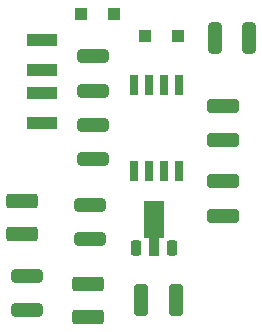
<source format=gbr>
%TF.GenerationSoftware,KiCad,Pcbnew,8.0.8*%
%TF.CreationDate,2025-06-30T12:26:25+05:30*%
%TF.ProjectId,ATtiny85,41547469-6e79-4383-952e-6b696361645f,rev?*%
%TF.SameCoordinates,Original*%
%TF.FileFunction,Paste,Top*%
%TF.FilePolarity,Positive*%
%FSLAX46Y46*%
G04 Gerber Fmt 4.6, Leading zero omitted, Abs format (unit mm)*
G04 Created by KiCad (PCBNEW 8.0.8) date 2025-06-30 12:26:25*
%MOMM*%
%LPD*%
G01*
G04 APERTURE LIST*
G04 Aperture macros list*
%AMRoundRect*
0 Rectangle with rounded corners*
0 $1 Rounding radius*
0 $2 $3 $4 $5 $6 $7 $8 $9 X,Y pos of 4 corners*
0 Add a 4 corners polygon primitive as box body*
4,1,4,$2,$3,$4,$5,$6,$7,$8,$9,$2,$3,0*
0 Add four circle primitives for the rounded corners*
1,1,$1+$1,$2,$3*
1,1,$1+$1,$4,$5*
1,1,$1+$1,$6,$7*
1,1,$1+$1,$8,$9*
0 Add four rect primitives between the rounded corners*
20,1,$1+$1,$2,$3,$4,$5,0*
20,1,$1+$1,$4,$5,$6,$7,0*
20,1,$1+$1,$6,$7,$8,$9,0*
20,1,$1+$1,$8,$9,$2,$3,0*%
%AMFreePoly0*
4,1,9,3.862500,-0.866500,0.737500,-0.866500,0.737500,-0.450000,-0.737500,-0.450000,-0.737500,0.450000,0.737500,0.450000,0.737500,0.866500,3.862500,0.866500,3.862500,-0.866500,3.862500,-0.866500,$1*%
G04 Aperture macros list end*
%ADD10RoundRect,0.250000X-1.075000X0.312500X-1.075000X-0.312500X1.075000X-0.312500X1.075000X0.312500X0*%
%ADD11RoundRect,0.250000X-1.075000X0.375000X-1.075000X-0.375000X1.075000X-0.375000X1.075000X0.375000X0*%
%ADD12RoundRect,0.250000X0.300000X0.300000X-0.300000X0.300000X-0.300000X-0.300000X0.300000X-0.300000X0*%
%ADD13RoundRect,0.250000X0.325000X1.100000X-0.325000X1.100000X-0.325000X-1.100000X0.325000X-1.100000X0*%
%ADD14R,2.500000X1.100000*%
%ADD15RoundRect,0.225000X0.225000X-0.425000X0.225000X0.425000X-0.225000X0.425000X-0.225000X-0.425000X0*%
%ADD16FreePoly0,90.000000*%
%ADD17RoundRect,0.250000X-1.100000X0.325000X-1.100000X-0.325000X1.100000X-0.325000X1.100000X0.325000X0*%
%ADD18RoundRect,0.250000X-0.300000X-0.300000X0.300000X-0.300000X0.300000X0.300000X-0.300000X0.300000X0*%
%ADD19RoundRect,0.250000X0.312500X1.075000X-0.312500X1.075000X-0.312500X-1.075000X0.312500X-1.075000X0*%
%ADD20R,0.650000X1.700000*%
G04 APERTURE END LIST*
D10*
%TO.C,R5*%
X126400000Y-82737500D03*
X126400000Y-85662500D03*
%TD*%
%TO.C,R2*%
X126600000Y-75937500D03*
X126600000Y-78862500D03*
%TD*%
D11*
%TO.C,D4*%
X126200000Y-89400000D03*
X126200000Y-92200000D03*
%TD*%
D12*
%TO.C,D2*%
X133800000Y-68400000D03*
X131000000Y-68400000D03*
%TD*%
D13*
%TO.C,C1*%
X133675000Y-90800000D03*
X130725000Y-90800000D03*
%TD*%
D14*
%TO.C,J1*%
X122275000Y-75800000D03*
X122275000Y-73300000D03*
X122275000Y-71300000D03*
X122275000Y-68800000D03*
%TD*%
D10*
%TO.C,R3*%
X126600000Y-70137500D03*
X126600000Y-73062500D03*
%TD*%
D15*
%TO.C,U2*%
X130300000Y-86350000D03*
D16*
X131800000Y-86262500D03*
D15*
X133300000Y-86350000D03*
%TD*%
D11*
%TO.C,D5*%
X120600000Y-82400000D03*
X120600000Y-85200000D03*
%TD*%
D17*
%TO.C,C3*%
X137600000Y-80725000D03*
X137600000Y-83675000D03*
%TD*%
%TO.C,C2*%
X137600000Y-74325000D03*
X137600000Y-77275000D03*
%TD*%
D18*
%TO.C,D3*%
X125600000Y-66600000D03*
X128400000Y-66600000D03*
%TD*%
D10*
%TO.C,R4*%
X121000000Y-88737500D03*
X121000000Y-91662500D03*
%TD*%
D19*
%TO.C,R1*%
X139862500Y-68600000D03*
X136937500Y-68600000D03*
%TD*%
D20*
%TO.C,U1*%
X130095000Y-79850000D03*
X131365000Y-79850000D03*
X132635000Y-79850000D03*
X133905000Y-79850000D03*
X133905000Y-72550000D03*
X132635000Y-72550000D03*
X131365000Y-72550000D03*
X130095000Y-72550000D03*
%TD*%
M02*

</source>
